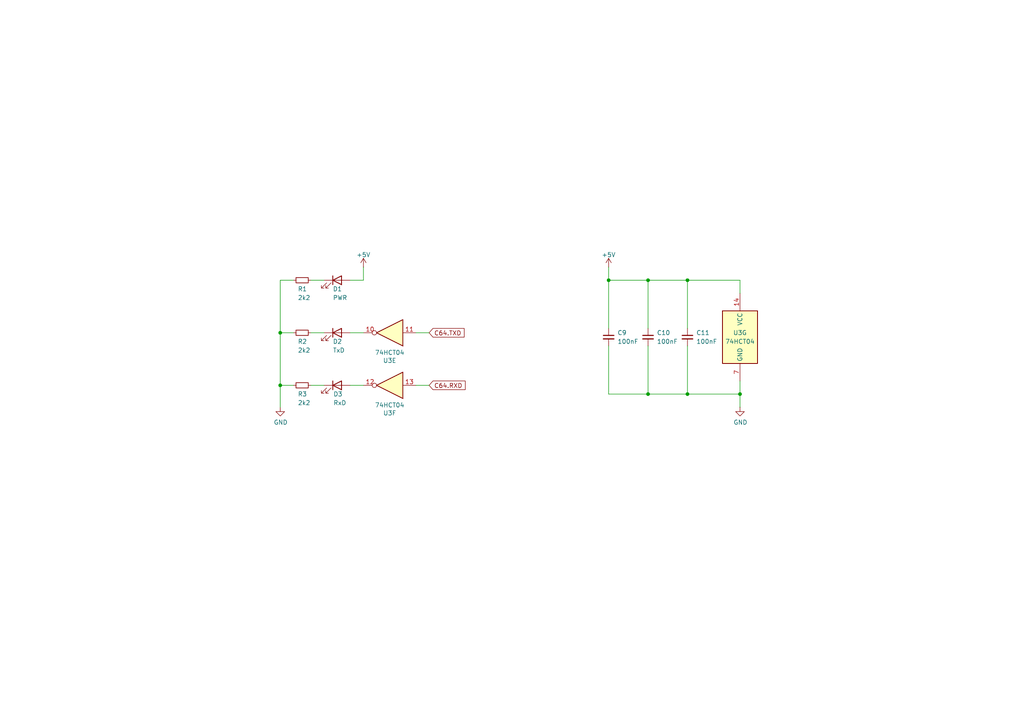
<source format=kicad_sch>
(kicad_sch (version 20231120) (generator "eeschema") (generator_version "8.0")
  (paper "A4")
  (lib_symbols
    (symbol "74xx:74HCT04"
      (property "Reference" "U" (at 0 1.27 0))
      (property "Value" "74HCT04" (at 0 -1.27 0))
      (symbol "74HCT04_1_0"
        (polyline (pts (xy -3.81 3.81) (xy -3.81 -3.81) (xy 3.81 0) (xy -3.81 3.81)) (stroke (width 0.254)) (fill (type background)))
        (pin input line (at -7.62 0 0) (length 3.81) (name "~") (number "1"))
        (pin output inverted (at 7.62 0 180) (length 3.81) (name "~") (number "2"))
      )
      (symbol "74HCT04_2_0"
        (polyline (pts (xy -3.81 3.81) (xy -3.81 -3.81) (xy 3.81 0) (xy -3.81 3.81)) (stroke (width 0.254)) (fill (type background)))
        (pin input line (at -7.62 0 0) (length 3.81) (name "~") (number "3"))
        (pin output inverted (at 7.62 0 180) (length 3.81) (name "~") (number "4"))
      )
      (symbol "74HCT04_3_0"
        (polyline (pts (xy -3.81 3.81) (xy -3.81 -3.81) (xy 3.81 0) (xy -3.81 3.81)) (stroke (width 0.254)) (fill (type background)))
        (pin input line (at -7.62 0 0) (length 3.81) (name "~") (number "5"))
        (pin output inverted (at 7.62 0 180) (length 3.81) (name "~") (number "6"))
      )
      (symbol "74HCT04_4_0"
        (polyline (pts (xy -3.81 3.81) (xy -3.81 -3.81) (xy 3.81 0) (xy -3.81 3.81)) (stroke (width 0.254)) (fill (type background)))
        (pin output inverted (at 7.62 0 180) (length 3.81) (name "~") (number "8"))
        (pin input line (at -7.62 0 0) (length 3.81) (name "~") (number "9"))
      )
      (symbol "74HCT04_5_0"
        (polyline (pts (xy -3.81 3.81) (xy -3.81 -3.81) (xy 3.81 0) (xy -3.81 3.81)) (stroke (width 0.254)) (fill (type background)))
        (pin output inverted (at 7.62 0 180) (length 3.81) (name "~") (number "10"))
        (pin input line (at -7.62 0 0) (length 3.81) (name "~") (number "11"))
      )
      (symbol "74HCT04_6_0"
        (polyline (pts (xy -3.81 3.81) (xy -3.81 -3.81) (xy 3.81 0) (xy -3.81 3.81)) (stroke (width 0.254)) (fill (type background)))
        (pin output inverted (at 7.62 0 180) (length 3.81) (name "~") (number "12"))
        (pin input line (at -7.62 0 0) (length 3.81) (name "~") (number "13"))
      )
      (symbol "74HCT04_7_0"
        (pin power_in line (at 0 12.7 270) (length 5.08) (name "VCC") (number "14"))
        (pin power_in line (at 0 -12.7 90) (length 5.08) (name "GND") (number "7"))
      )
      (symbol "74HCT04_7_1"
        (rectangle (start -5.08 7.62) (end 5.08 -7.62) (stroke (width 0.254)) (fill (type background)))
      )
    )
    (symbol "Device:C_Small" (pin_numbers hide) (pin_names (offset 0.254) hide)
      (property "Reference" "C" (at 0.254 1.778 0))
      (property "Value" "C_Small" (at 0.254 -2.032 0))
      (symbol "C_Small_0_1"
        (polyline (pts (xy -1.524 -0.508) (xy 1.524 -0.508)) (stroke (width 0.3302)))
        (polyline (pts (xy -1.524 0.508) (xy 1.524 0.508)) (stroke (width 0.3048)))
      )
      (symbol "C_Small_1_1"
        (pin passive line (at 0 2.54 270) (length 2.032) (name "~") (number "1"))
        (pin passive line (at 0 -2.54 90) (length 2.032) (name "~") (number "2"))
      )
    )
    (symbol "Device:LED" (pin_numbers hide) (pin_names (offset 1.016) hide)
      (property "Reference" "D" (at 0 2.54 0))
      (property "Value" "LED" (at 0 -2.54 0))
      (symbol "LED_0_1"
        (polyline (pts (xy -1.27 -1.27) (xy -1.27 1.27)) (stroke (width 0.254)))
        (polyline (pts (xy -1.27 0) (xy 1.27 0)))
        (polyline (pts (xy 1.27 -1.27) (xy 1.27 1.27) (xy -1.27 0) (xy 1.27 -1.27)) (stroke (width 0.254)))
        (polyline (pts (xy -3.048 -0.762) (xy -4.572 -2.286) (xy -3.81 -2.286) (xy -4.572 -2.286) (xy -4.572 -1.524)))
        (polyline (pts (xy -1.778 -0.762) (xy -3.302 -2.286) (xy -2.54 -2.286) (xy -3.302 -2.286) (xy -3.302 -1.524)))
      )
      (symbol "LED_1_1"
        (pin passive line (at -3.81 0 0) (length 2.54) (name "K") (number "1"))
        (pin passive line (at 3.81 0 180) (length 2.54) (name "A") (number "2"))
      )
    )
    (symbol "Device:R_Small" (pin_numbers hide) (pin_names (offset 0.254) hide)
      (property "Reference" "R" (at 0.762 0.508 0))
      (property "Value" "R_Small" (at 0.762 -1.016 0))
      (symbol "R_Small_0_1"
        (rectangle (start -0.762 1.778) (end 0.762 -1.778) (stroke (width 0.2032)))
      )
      (symbol "R_Small_1_1"
        (pin passive line (at 0 2.54 270) (length 0.762) (name "~") (number "1"))
        (pin passive line (at 0 -2.54 90) (length 0.762) (name "~") (number "2"))
      )
    )
    (symbol "power:+5V" (power) (pin_numbers hide) (pin_names (offset 0) hide)
      (property "Value" "+5V" (at 0 3.556 0))
      (symbol "+5V_0_1"
        (polyline (pts (xy -0.762 1.27) (xy 0 2.54)))
        (polyline (pts (xy 0 0) (xy 0 2.54)))
        (polyline (pts (xy 0 2.54) (xy 0.762 1.27)))
      )
      (symbol "+5V_1_1"
        (pin power_in line (at 0 0 90) (length 0) (name "~") (number "1"))
      )
    )
    (symbol "power:GND" (power) (pin_numbers hide) (pin_names (offset 0) hide)
      (property "Value" "GND" (at 0 -3.81 0))
      (symbol "GND_0_1"
        (polyline (pts (xy 0 0) (xy 0 -1.27) (xy 1.27 -1.27) (xy 0 -2.54) (xy -1.27 -1.27) (xy 0 -1.27)))
      )
      (symbol "GND_1_1"
        (pin power_in line (at 0 0 270) (length 0) (name "~") (number "1"))
      )
    )
  )
  (junction (at 81.28 111.76))
  (junction (at 214.63 114.3))
  (junction (at 199.39 114.3))
  (junction (at 187.96 81.28))
  (junction (at 176.53 81.28))
  (junction (at 187.96 114.3))
  (junction (at 199.39 81.28))
  (junction (at 81.28 96.52))
  (wire (pts (xy 187.96 81.28) (xy 187.96 95.25)))
  (wire (pts (xy 176.53 77.47) (xy 176.53 81.28)))
  (wire (pts (xy 81.28 96.52) (xy 81.28 111.76)))
  (wire (pts (xy 101.6 111.76) (xy 105.41 111.76)))
  (wire (pts (xy 176.53 81.28) (xy 187.96 81.28)))
  (wire (pts (xy 199.39 100.33) (xy 199.39 114.3)))
  (wire (pts (xy 85.09 96.52) (xy 81.28 96.52)))
  (wire (pts (xy 85.09 81.28) (xy 81.28 81.28)))
  (wire (pts (xy 81.28 81.28) (xy 81.28 96.52)))
  (wire (pts (xy 199.39 81.28) (xy 199.39 95.25)))
  (wire (pts (xy 105.41 77.47) (xy 105.41 81.28)))
  (wire (pts (xy 101.6 96.52) (xy 105.41 96.52)))
  (wire (pts (xy 199.39 81.28) (xy 214.63 81.28)))
  (wire (pts (xy 187.96 100.33) (xy 187.96 114.3)))
  (wire (pts (xy 214.63 114.3) (xy 214.63 118.11)))
  (wire (pts (xy 214.63 110.49) (xy 214.63 114.3)))
  (wire (pts (xy 120.65 96.52) (xy 124.46 96.52)))
  (wire (pts (xy 120.65 111.76) (xy 124.46 111.76)))
  (wire (pts (xy 93.98 81.28) (xy 90.17 81.28)))
  (wire (pts (xy 101.6 81.28) (xy 105.41 81.28)))
  (wire (pts (xy 81.28 111.76) (xy 85.09 111.76)))
  (wire (pts (xy 176.53 95.25) (xy 176.53 81.28)))
  (wire (pts (xy 199.39 114.3) (xy 214.63 114.3)))
  (wire (pts (xy 176.53 114.3) (xy 187.96 114.3)))
  (wire (pts (xy 90.17 111.76) (xy 93.98 111.76)))
  (wire (pts (xy 214.63 85.09) (xy 214.63 81.28)))
  (wire (pts (xy 176.53 100.33) (xy 176.53 114.3)))
  (wire (pts (xy 93.98 96.52) (xy 90.17 96.52)))
  (wire (pts (xy 187.96 81.28) (xy 199.39 81.28)))
  (wire (pts (xy 81.28 111.76) (xy 81.28 118.11)))
  (wire (pts (xy 187.96 114.3) (xy 199.39 114.3)))
  (global_label "C64.TXD" (shape input) (at 124.46 96.52 0) (property "Intersheetrefs" "${INTERSHEET_REFS}" (effects (hide yes))))
  (global_label "C64.RXD" (shape input) (at 124.46 111.76 0) (property "Intersheetrefs" "${INTERSHEET_REFS}" (effects (hide yes))))
  (symbol (lib_id "Device:R_Small") (at 87.63 81.28 270) (unit 1)
    (property "Reference" "R1" (at 86.36 83.82 90) (effects (justify left)))
    (property "Value" "2k2" (at 86.36 86.36 90) (effects (justify left)))
    (property "Footprint" "resistor:R_Axial_DIN0207_L6.3mm_D2.5mm_P10.16mm_Horizontal" (effects (hide yes)))
    (property "Description" "Resistor, small symbol" (effects (hide yes)))
  )
  (symbol (lib_id "Device:C_Small") (at 199.39 97.79 0) (unit 1)
    (property "Reference" "C11" (at 201.93 96.52 0) (effects (justify left)))
    (property "Value" "100nF" (at 201.93 99.06 0) (effects (justify left)))
    (property "Footprint" "Capacitor_THT:C_Disc_D4.7mm_W2.5mm_P5.00mm" (effects (hide yes)))
    (property "Description" "Unpolarized capacitor, small symbol" (effects (hide yes)))
  )
  (symbol (lib_id "Device:LED") (at 97.79 111.76 0) (unit 1)
    (property "Reference" "D3" (at 96.6702 114.3063 0) (effects (justify left)))
    (property "Value" "RxD" (at 96.6702 116.8463 0) (effects (justify left)))
    (property "Footprint" "LED_THT:LED_D3.0mm" (effects (hide yes)))
    (property "Description" "Light emitting diode" (effects (hide yes)))
  )
  (symbol (lib_id "Device:LED") (at 97.79 81.28 0) (unit 1)
    (property "Reference" "D1" (at 96.52 83.82 0) (effects (justify left)))
    (property "Value" "PWR" (at 96.52 86.36 0) (effects (justify left)))
    (property "Footprint" "LED_THT:LED_D3.0mm" (effects (hide yes)))
    (property "Description" "Light emitting diode" (effects (hide yes)))
  )
  (symbol (lib_id "74xx:74HCT04") (at 214.63 97.79 0) (unit 7)
    (property "Reference" "U3" (at 214.63 96.52 0))
    (property "Value" "74HCT04" (at 214.63 99.06 0))
    (property "Footprint" "Package_DIP:DIP-14_W7.62mm_Socket_LongPads" (effects (hide yes)))
    (property "Datasheet" "https://assets.nexperia.com/documents/data-sheet/74HC_HCT04.pdf" (effects (hide yes)))
    (property "Description" "Hex Inverter" (effects (hide yes)))
  )
  (symbol (lib_id "Device:C_Small") (at 187.96 97.79 0) (unit 1)
    (property "Reference" "C10" (at 190.5 96.52 0) (effects (justify left)))
    (property "Value" "100nF" (at 190.5 99.06 0) (effects (justify left)))
    (property "Footprint" "Capacitor_THT:C_Disc_D4.7mm_W2.5mm_P5.00mm" (effects (hide yes)))
    (property "Description" "Unpolarized capacitor, small symbol" (effects (hide yes)))
  )
  (symbol (lib_id "74xx:74HCT04") (at 113.03 96.52 180) (unit 5)
    (property "Reference" "U3" (at 113.03 104.5718 0))
    (property "Value" "74HCT04" (at 113.03 102.2604 0))
    (property "Footprint" "Package_DIP:DIP-14_W7.62mm_Socket_LongPads" (effects (hide yes)))
    (property "Datasheet" "https://assets.nexperia.com/documents/data-sheet/74HC_HCT04.pdf" (effects (hide yes)))
    (property "Description" "Hex Inverter" (effects (hide yes)))
  )
  (symbol (lib_id "power:GND") (at 214.63 118.11 0) (unit 1)
    (property "Reference" "#PWR02" (effects (hide yes)))
    (property "Value" "GND" (at 214.757 122.5042 0))
  )
  (symbol (lib_id "power:+5V") (at 105.41 77.47 0) (unit 1)
    (property "Reference" "#PWR016" (effects (hide yes)))
    (property "Value" "+5V" (at 105.41 73.914 0))
    (property "Description" "Power symbol creates a global label with name \"+5V\"" (effects (hide yes)))
  )
  (symbol (lib_id "Device:R_Small") (at 87.63 96.52 270) (unit 1)
    (property "Reference" "R2" (at 86.36 99.06 90) (effects (justify left)))
    (property "Value" "2k2" (at 86.36 101.6 90) (effects (justify left)))
    (property "Footprint" "resistor:R_Axial_DIN0207_L6.3mm_D2.5mm_P10.16mm_Horizontal" (effects (hide yes)))
    (property "Description" "Resistor, small symbol" (effects (hide yes)))
  )
  (symbol (lib_id "power:GND") (at 81.28 118.11 0) (unit 1)
    (property "Reference" "#PWR017" (effects (hide yes)))
    (property "Value" "GND" (at 81.407 122.5042 0))
  )
  (symbol (lib_id "Device:R_Small") (at 87.63 111.76 270) (unit 1)
    (property "Reference" "R3" (at 86.36 114.3 90) (effects (justify left)))
    (property "Value" "2k2" (at 86.36 116.84 90) (effects (justify left)))
    (property "Footprint" "resistor:R_Axial_DIN0207_L6.3mm_D2.5mm_P10.16mm_Horizontal" (effects (hide yes)))
    (property "Description" "Resistor, small symbol" (effects (hide yes)))
  )
  (symbol (lib_id "Device:C_Small") (at 176.53 97.79 0) (unit 1)
    (property "Reference" "C9" (at 179.07 96.52 0) (effects (justify left)))
    (property "Value" "100nF" (at 179.07 99.06 0) (effects (justify left)))
    (property "Footprint" "Capacitor_THT:C_Disc_D4.7mm_W2.5mm_P5.00mm" (effects (hide yes)))
    (property "Description" "Unpolarized capacitor, small symbol" (effects (hide yes)))
  )
  (symbol (lib_id "74xx:74HCT04") (at 113.03 111.76 180) (unit 6)
    (property "Reference" "U3" (at 113.03 119.8118 0))
    (property "Value" "74HCT04" (at 113.03 117.5004 0))
    (property "Footprint" "Package_DIP:DIP-14_W7.62mm_Socket_LongPads" (effects (hide yes)))
    (property "Datasheet" "https://assets.nexperia.com/documents/data-sheet/74HC_HCT04.pdf" (effects (hide yes)))
    (property "Description" "Hex Inverter" (effects (hide yes)))
  )
  (symbol (lib_id "Device:LED") (at 97.79 96.52 0) (unit 1)
    (property "Reference" "D2" (at 96.52 99.06 0) (effects (justify left)))
    (property "Value" "TxD" (at 96.52 101.6 0) (effects (justify left)))
    (property "Footprint" "LED_THT:LED_D3.0mm" (effects (hide yes)))
    (property "Description" "Light emitting diode" (effects (hide yes)))
  )
  (symbol (lib_id "power:+5V") (at 176.53 77.47 0) (unit 1)
    (property "Reference" "#PWR01" (effects (hide yes)))
    (property "Value" "+5V" (at 176.53 73.914 0))
    (property "Description" "Power symbol creates a global label with name \"+5V\"" (effects (hide yes)))
  )
)
</source>
